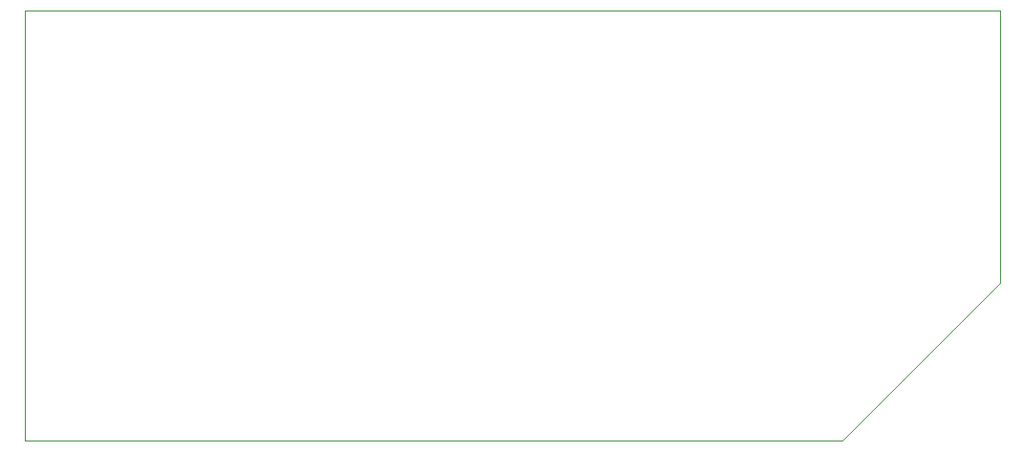
<source format=gbr>
%TF.GenerationSoftware,KiCad,Pcbnew,5.1.10*%
%TF.CreationDate,2021-11-10T11:07:09+01:00*%
%TF.ProjectId,Charging_Module,43686172-6769-46e6-975f-4d6f64756c65,rev?*%
%TF.SameCoordinates,Original*%
%TF.FileFunction,Profile,NP*%
%FSLAX46Y46*%
G04 Gerber Fmt 4.6, Leading zero omitted, Abs format (unit mm)*
G04 Created by KiCad (PCBNEW 5.1.10) date 2021-11-10 11:07:09*
%MOMM*%
%LPD*%
G01*
G04 APERTURE LIST*
%TA.AperFunction,Profile*%
%ADD10C,0.050000*%
%TD*%
G04 APERTURE END LIST*
D10*
X161290000Y-31750000D02*
X160020000Y-31750000D01*
X161290000Y-55880000D02*
X161290000Y-31750000D01*
X147320000Y-69850000D02*
X161290000Y-55880000D01*
X74930000Y-69850000D02*
X147320000Y-69850000D01*
X74930000Y-31750000D02*
X74930000Y-69850000D01*
X160020000Y-31750000D02*
X74930000Y-31750000D01*
M02*

</source>
